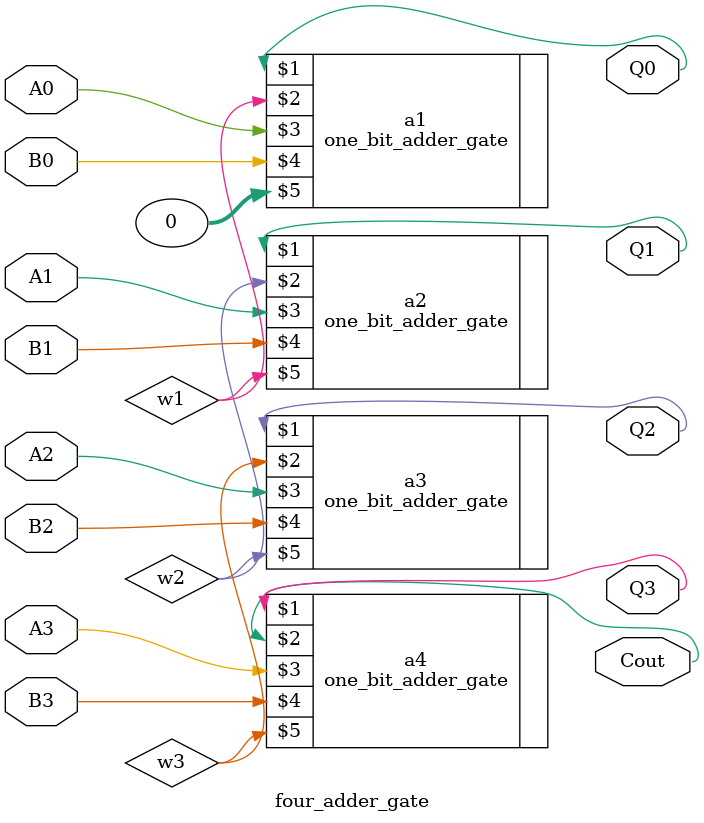
<source format=v>
`timescale 1ns / 1ps
module four_adder_gate(input A3,A2,A1,A0,B3,B2,B1,B0,output Q3,Q2,Q1,Q0,Cout );
         
			wire w1,w2,w3;
			
			one_bit_adder_gate a1 (Q0,w1,A0,B0,0);
			one_bit_adder_gate a2 (Q1,w2,A1,B1,w1);
			one_bit_adder_gate a3 (Q2,w3,A2,B2,w2);
			one_bit_adder_gate a4 (Q3,Cout,A3,B3,w3);
endmodule


</source>
